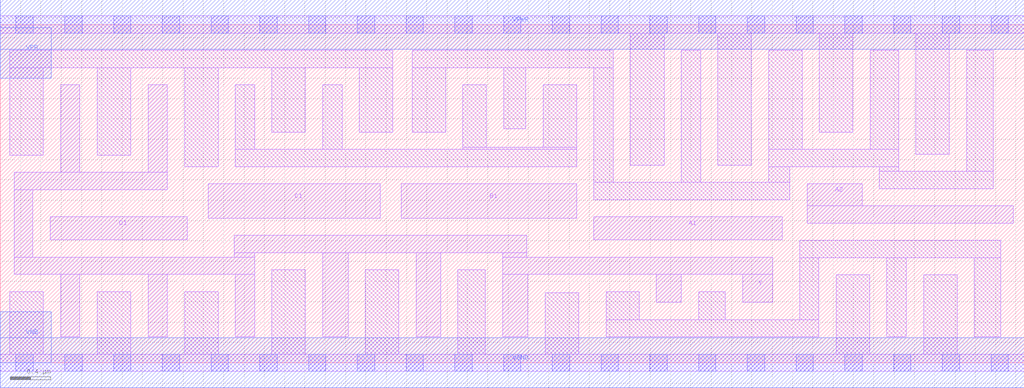
<source format=lef>
# Copyright 2020 The SkyWater PDK Authors
#
# Licensed under the Apache License, Version 2.0 (the "License");
# you may not use this file except in compliance with the License.
# You may obtain a copy of the License at
#
#     https://www.apache.org/licenses/LICENSE-2.0
#
# Unless required by applicable law or agreed to in writing, software
# distributed under the License is distributed on an "AS IS" BASIS,
# WITHOUT WARRANTIES OR CONDITIONS OF ANY KIND, either express or implied.
# See the License for the specific language governing permissions and
# limitations under the License.
#
# SPDX-License-Identifier: Apache-2.0

VERSION 5.5 ;
NAMESCASESENSITIVE ON ;
BUSBITCHARS "[]" ;
DIVIDERCHAR "/" ;
MACRO sky130_fd_sc_lp__a2111oi_4
  CLASS CORE ;
  SOURCE USER ;
  ORIGIN  0.000000  0.000000 ;
  SIZE  10.08000 BY  3.330000 ;
  SYMMETRY X Y R90 ;
  SITE unit ;
  PIN A1
    ANTENNAGATEAREA  1.260000 ;
    DIRECTION INPUT ;
    USE SIGNAL ;
    PORT
      LAYER li1 ;
        RECT 5.845000 1.210000 7.700000 1.435000 ;
    END
  END A1
  PIN A2
    ANTENNAGATEAREA  1.260000 ;
    DIRECTION INPUT ;
    USE SIGNAL ;
    PORT
      LAYER li1 ;
        RECT 7.945000 1.375000 9.975000 1.545000 ;
        RECT 7.945000 1.545000 8.485000 1.760000 ;
    END
  END A2
  PIN B1
    ANTENNAGATEAREA  1.260000 ;
    DIRECTION INPUT ;
    USE SIGNAL ;
    PORT
      LAYER li1 ;
        RECT 3.950000 1.425000 5.675000 1.760000 ;
    END
  END B1
  PIN C1
    ANTENNAGATEAREA  1.260000 ;
    DIRECTION INPUT ;
    USE SIGNAL ;
    PORT
      LAYER li1 ;
        RECT 2.050000 1.425000 3.740000 1.760000 ;
    END
  END C1
  PIN D1
    ANTENNAGATEAREA  1.260000 ;
    DIRECTION INPUT ;
    USE SIGNAL ;
    PORT
      LAYER li1 ;
        RECT 0.490000 1.210000 1.840000 1.435000 ;
    END
  END D1
  PIN Y
    ANTENNADIFFAREA  2.587200 ;
    DIRECTION OUTPUT ;
    USE SIGNAL ;
    PORT
      LAYER li1 ;
        RECT 0.140000 0.870000 2.505000 1.040000 ;
        RECT 0.140000 1.040000 0.320000 1.705000 ;
        RECT 0.140000 1.705000 1.645000 1.875000 ;
        RECT 0.595000 0.255000 0.785000 0.870000 ;
        RECT 0.595000 1.875000 0.785000 2.735000 ;
        RECT 1.455000 0.255000 1.645000 0.870000 ;
        RECT 1.455000 1.875000 1.645000 2.735000 ;
        RECT 2.305000 1.040000 2.505000 1.085000 ;
        RECT 2.305000 1.085000 5.185000 1.255000 ;
        RECT 2.315000 0.255000 2.505000 0.870000 ;
        RECT 3.175000 0.255000 3.425000 1.085000 ;
        RECT 4.095000 0.255000 4.335000 1.085000 ;
        RECT 4.945000 0.255000 5.195000 0.870000 ;
        RECT 4.945000 0.870000 7.605000 1.040000 ;
        RECT 4.945000 1.040000 5.185000 1.085000 ;
        RECT 6.460000 0.595000 6.705000 0.870000 ;
        RECT 7.310000 0.595000 7.605000 0.870000 ;
    END
  END Y
  PIN VGND
    DIRECTION INOUT ;
    USE GROUND ;
    PORT
      LAYER met1 ;
        RECT 0.000000 -0.245000 10.080000 0.245000 ;
    END
  END VGND
  PIN VNB
    DIRECTION INOUT ;
    USE GROUND ;
    PORT
      LAYER met1 ;
        RECT 0.000000 0.000000 0.500000 0.500000 ;
    END
  END VNB
  PIN VPB
    DIRECTION INOUT ;
    USE POWER ;
    PORT
      LAYER met1 ;
        RECT 0.000000 2.800000 0.500000 3.300000 ;
    END
  END VPB
  PIN VPWR
    DIRECTION INOUT ;
    USE POWER ;
    PORT
      LAYER met1 ;
        RECT 0.000000 3.085000 10.080000 3.575000 ;
    END
  END VPWR
  OBS
    LAYER li1 ;
      RECT 0.000000 -0.085000 10.080000 0.085000 ;
      RECT 0.000000  3.245000 10.080000 3.415000 ;
      RECT 0.095000  0.085000  0.425000 0.700000 ;
      RECT 0.095000  2.045000  0.425000 2.905000 ;
      RECT 0.095000  2.905000  3.865000 3.075000 ;
      RECT 0.955000  0.085000  1.285000 0.700000 ;
      RECT 0.955000  2.045000  1.285000 2.905000 ;
      RECT 1.815000  0.085000  2.145000 0.700000 ;
      RECT 1.815000  1.930000  2.145000 2.905000 ;
      RECT 2.315000  1.930000  5.675000 2.100000 ;
      RECT 2.315000  2.100000  2.505000 2.735000 ;
      RECT 2.675000  0.085000  3.005000 0.915000 ;
      RECT 2.675000  2.270000  3.005000 2.905000 ;
      RECT 3.175000  2.100000  3.365000 2.735000 ;
      RECT 3.535000  2.270000  3.865000 2.905000 ;
      RECT 3.595000  0.085000  3.925000 0.915000 ;
      RECT 4.055000  2.270000  4.385000 2.905000 ;
      RECT 4.055000  2.905000  6.035000 3.075000 ;
      RECT 4.505000  0.085000  4.775000 0.915000 ;
      RECT 4.555000  2.100000  5.675000 2.120000 ;
      RECT 4.555000  2.120000  4.785000 2.735000 ;
      RECT 4.955000  2.305000  5.175000 2.905000 ;
      RECT 5.345000  2.120000  5.675000 2.735000 ;
      RECT 5.365000  0.085000  5.695000 0.690000 ;
      RECT 5.845000  1.605000  7.775000 1.775000 ;
      RECT 5.845000  1.775000  6.035000 2.905000 ;
      RECT 5.965000  0.255000  8.060000 0.425000 ;
      RECT 5.965000  0.425000  6.290000 0.700000 ;
      RECT 6.205000  1.945000  6.535000 3.245000 ;
      RECT 6.705000  1.775000  6.895000 3.075000 ;
      RECT 6.875000  0.425000  7.140000 0.700000 ;
      RECT 7.065000  1.945000  7.395000 3.245000 ;
      RECT 7.565000  1.775000  7.775000 1.930000 ;
      RECT 7.565000  1.930000  8.845000 2.100000 ;
      RECT 7.565000  2.100000  7.895000 3.075000 ;
      RECT 7.870000  0.425000  8.060000 1.035000 ;
      RECT 7.870000  1.035000  9.850000 1.205000 ;
      RECT 8.065000  2.270000  8.395000 3.245000 ;
      RECT 8.230000  0.085000  8.560000 0.865000 ;
      RECT 8.565000  2.100000  8.845000 3.075000 ;
      RECT 8.655000  1.715000  9.775000 1.885000 ;
      RECT 8.655000  1.885000  8.845000 1.930000 ;
      RECT 8.730000  0.255000  8.920000 1.035000 ;
      RECT 9.015000  2.055000  9.345000 3.245000 ;
      RECT 9.090000  0.085000  9.420000 0.865000 ;
      RECT 9.515000  1.885000  9.775000 3.075000 ;
      RECT 9.590000  0.255000  9.850000 1.035000 ;
    LAYER mcon ;
      RECT 0.155000 -0.085000 0.325000 0.085000 ;
      RECT 0.155000  3.245000 0.325000 3.415000 ;
      RECT 0.635000 -0.085000 0.805000 0.085000 ;
      RECT 0.635000  3.245000 0.805000 3.415000 ;
      RECT 1.115000 -0.085000 1.285000 0.085000 ;
      RECT 1.115000  3.245000 1.285000 3.415000 ;
      RECT 1.595000 -0.085000 1.765000 0.085000 ;
      RECT 1.595000  3.245000 1.765000 3.415000 ;
      RECT 2.075000 -0.085000 2.245000 0.085000 ;
      RECT 2.075000  3.245000 2.245000 3.415000 ;
      RECT 2.555000 -0.085000 2.725000 0.085000 ;
      RECT 2.555000  3.245000 2.725000 3.415000 ;
      RECT 3.035000 -0.085000 3.205000 0.085000 ;
      RECT 3.035000  3.245000 3.205000 3.415000 ;
      RECT 3.515000 -0.085000 3.685000 0.085000 ;
      RECT 3.515000  3.245000 3.685000 3.415000 ;
      RECT 3.995000 -0.085000 4.165000 0.085000 ;
      RECT 3.995000  3.245000 4.165000 3.415000 ;
      RECT 4.475000 -0.085000 4.645000 0.085000 ;
      RECT 4.475000  3.245000 4.645000 3.415000 ;
      RECT 4.955000 -0.085000 5.125000 0.085000 ;
      RECT 4.955000  3.245000 5.125000 3.415000 ;
      RECT 5.435000 -0.085000 5.605000 0.085000 ;
      RECT 5.435000  3.245000 5.605000 3.415000 ;
      RECT 5.915000 -0.085000 6.085000 0.085000 ;
      RECT 5.915000  3.245000 6.085000 3.415000 ;
      RECT 6.395000 -0.085000 6.565000 0.085000 ;
      RECT 6.395000  3.245000 6.565000 3.415000 ;
      RECT 6.875000 -0.085000 7.045000 0.085000 ;
      RECT 6.875000  3.245000 7.045000 3.415000 ;
      RECT 7.355000 -0.085000 7.525000 0.085000 ;
      RECT 7.355000  3.245000 7.525000 3.415000 ;
      RECT 7.835000 -0.085000 8.005000 0.085000 ;
      RECT 7.835000  3.245000 8.005000 3.415000 ;
      RECT 8.315000 -0.085000 8.485000 0.085000 ;
      RECT 8.315000  3.245000 8.485000 3.415000 ;
      RECT 8.795000 -0.085000 8.965000 0.085000 ;
      RECT 8.795000  3.245000 8.965000 3.415000 ;
      RECT 9.275000 -0.085000 9.445000 0.085000 ;
      RECT 9.275000  3.245000 9.445000 3.415000 ;
      RECT 9.755000 -0.085000 9.925000 0.085000 ;
      RECT 9.755000  3.245000 9.925000 3.415000 ;
  END
END sky130_fd_sc_lp__a2111oi_4

</source>
